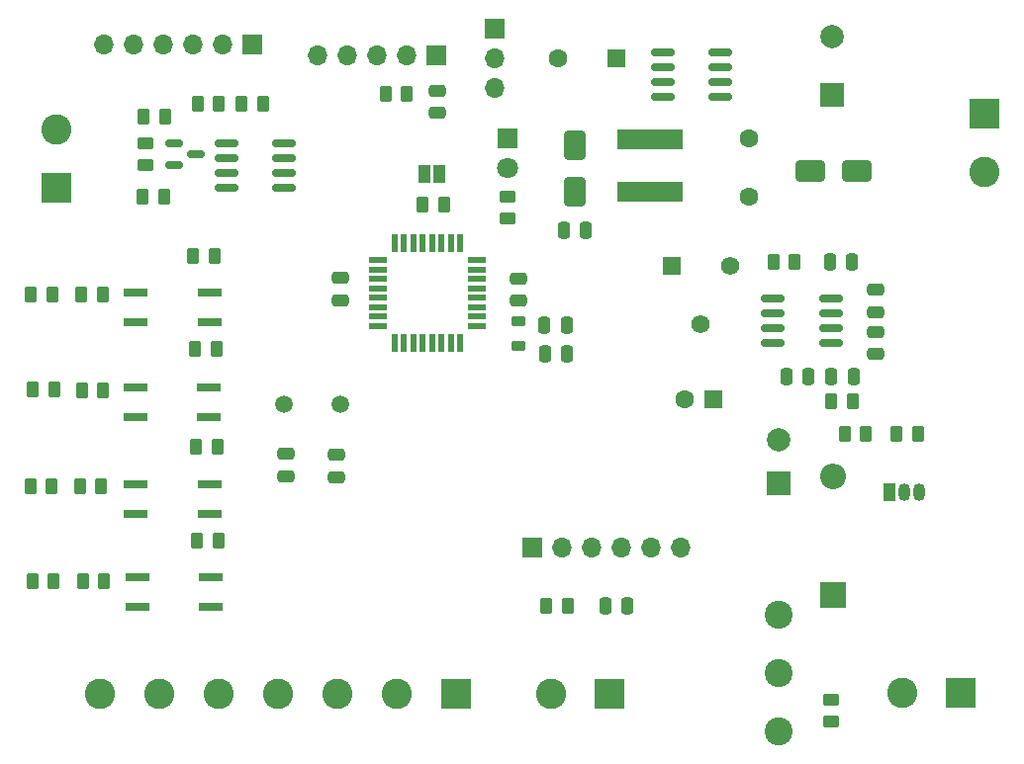
<source format=gbr>
%TF.GenerationSoftware,KiCad,Pcbnew,8.0.3*%
%TF.CreationDate,2025-02-22T15:06:50+05:30*%
%TF.ProjectId,messenger_Project,6d657373-656e-4676-9572-5f50726f6a65,rev?*%
%TF.SameCoordinates,Original*%
%TF.FileFunction,Soldermask,Top*%
%TF.FilePolarity,Negative*%
%FSLAX46Y46*%
G04 Gerber Fmt 4.6, Leading zero omitted, Abs format (unit mm)*
G04 Created by KiCad (PCBNEW 8.0.3) date 2025-02-22 15:06:50*
%MOMM*%
%LPD*%
G01*
G04 APERTURE LIST*
G04 Aperture macros list*
%AMRoundRect*
0 Rectangle with rounded corners*
0 $1 Rounding radius*
0 $2 $3 $4 $5 $6 $7 $8 $9 X,Y pos of 4 corners*
0 Add a 4 corners polygon primitive as box body*
4,1,4,$2,$3,$4,$5,$6,$7,$8,$9,$2,$3,0*
0 Add four circle primitives for the rounded corners*
1,1,$1+$1,$2,$3*
1,1,$1+$1,$4,$5*
1,1,$1+$1,$6,$7*
1,1,$1+$1,$8,$9*
0 Add four rect primitives between the rounded corners*
20,1,$1+$1,$2,$3,$4,$5,0*
20,1,$1+$1,$4,$5,$6,$7,0*
20,1,$1+$1,$6,$7,$8,$9,0*
20,1,$1+$1,$8,$9,$2,$3,0*%
G04 Aperture macros list end*
%ADD10RoundRect,0.250000X-0.250000X-0.475000X0.250000X-0.475000X0.250000X0.475000X-0.250000X0.475000X0*%
%ADD11R,2.000000X0.640000*%
%ADD12R,2.200000X2.200000*%
%ADD13O,2.200000X2.200000*%
%ADD14RoundRect,0.250000X-0.475000X0.250000X-0.475000X-0.250000X0.475000X-0.250000X0.475000X0.250000X0*%
%ADD15R,1.600000X0.550000*%
%ADD16R,0.550000X1.600000*%
%ADD17RoundRect,0.150000X0.825000X0.150000X-0.825000X0.150000X-0.825000X-0.150000X0.825000X-0.150000X0*%
%ADD18RoundRect,0.250000X-0.262500X-0.450000X0.262500X-0.450000X0.262500X0.450000X-0.262500X0.450000X0*%
%ADD19RoundRect,0.250000X0.262500X0.450000X-0.262500X0.450000X-0.262500X-0.450000X0.262500X-0.450000X0*%
%ADD20R,1.600000X1.600000*%
%ADD21C,1.600000*%
%ADD22RoundRect,0.250000X0.250000X0.475000X-0.250000X0.475000X-0.250000X-0.475000X0.250000X-0.475000X0*%
%ADD23RoundRect,0.250000X-1.000000X-0.650000X1.000000X-0.650000X1.000000X0.650000X-1.000000X0.650000X0*%
%ADD24RoundRect,0.250000X0.475000X-0.250000X0.475000X0.250000X-0.475000X0.250000X-0.475000X-0.250000X0*%
%ADD25R,2.000000X2.000000*%
%ADD26C,2.000000*%
%ADD27R,2.600000X2.600000*%
%ADD28C,2.600000*%
%ADD29R,1.700000X1.700000*%
%ADD30O,1.700000X1.700000*%
%ADD31RoundRect,0.218750X-0.381250X0.218750X-0.381250X-0.218750X0.381250X-0.218750X0.381250X0.218750X0*%
%ADD32C,2.400000*%
%ADD33R,5.700000X1.700000*%
%ADD34RoundRect,0.250000X0.450000X-0.262500X0.450000X0.262500X-0.450000X0.262500X-0.450000X-0.262500X0*%
%ADD35RoundRect,0.250000X-0.650000X1.000000X-0.650000X-1.000000X0.650000X-1.000000X0.650000X1.000000X0*%
%ADD36R,1.560000X1.560000*%
%ADD37C,1.560000*%
%ADD38RoundRect,0.150000X-0.587500X-0.150000X0.587500X-0.150000X0.587500X0.150000X-0.587500X0.150000X0*%
%ADD39C,1.500000*%
%ADD40RoundRect,0.150000X-0.825000X-0.150000X0.825000X-0.150000X0.825000X0.150000X-0.825000X0.150000X0*%
%ADD41RoundRect,0.250000X-0.450000X0.262500X-0.450000X-0.262500X0.450000X-0.262500X0.450000X0.262500X0*%
%ADD42R,1.800000X1.800000*%
%ADD43C,1.800000*%
%ADD44R,1.000000X1.500000*%
%ADD45R,1.050000X1.500000*%
%ADD46O,1.050000X1.500000*%
G04 APERTURE END LIST*
D10*
%TO.C,C13*%
X145506400Y-85598000D03*
X147406400Y-85598000D03*
%TD*%
D11*
%TO.C,U6*%
X110534300Y-99237800D03*
X110534300Y-101777800D03*
X116834300Y-101777800D03*
X116834300Y-99237800D03*
%TD*%
D12*
%TO.C,D1*%
X170205400Y-108712000D03*
D13*
X170205400Y-98552000D03*
%TD*%
D14*
%TO.C,C2*%
X127711200Y-96687600D03*
X127711200Y-98587600D03*
%TD*%
D11*
%TO.C,U5*%
X110665500Y-107188000D03*
X110665500Y-109728000D03*
X116965500Y-109728000D03*
X116965500Y-107188000D03*
%TD*%
D15*
%TO.C,U1*%
X131233600Y-80029400D03*
X131233600Y-80829400D03*
X131233600Y-81629400D03*
X131233600Y-82429400D03*
X131233600Y-83229400D03*
X131233600Y-84029400D03*
X131233600Y-84829400D03*
X131233600Y-85629400D03*
D16*
X132683600Y-87079400D03*
X133483600Y-87079400D03*
X134283600Y-87079400D03*
X135083600Y-87079400D03*
X135883600Y-87079400D03*
X136683600Y-87079400D03*
X137483600Y-87079400D03*
X138283600Y-87079400D03*
D15*
X139733600Y-85629400D03*
X139733600Y-84829400D03*
X139733600Y-84029400D03*
X139733600Y-83229400D03*
X139733600Y-82429400D03*
X139733600Y-81629400D03*
X139733600Y-80829400D03*
X139733600Y-80029400D03*
D16*
X138283600Y-78579400D03*
X137483600Y-78579400D03*
X136683600Y-78579400D03*
X135883600Y-78579400D03*
X135083600Y-78579400D03*
X134283600Y-78579400D03*
X133483600Y-78579400D03*
X132683600Y-78579400D03*
%TD*%
D17*
%TO.C,U9*%
X123226600Y-73823600D03*
X123226600Y-72553600D03*
X123226600Y-71283600D03*
X123226600Y-70013600D03*
X118276600Y-70013600D03*
X118276600Y-71283600D03*
X118276600Y-72553600D03*
X118276600Y-73823600D03*
%TD*%
D14*
%TO.C,C19*%
X136296400Y-65521800D03*
X136296400Y-67421800D03*
%TD*%
D18*
%TO.C,R8*%
X101500300Y-99415600D03*
X103325300Y-99415600D03*
%TD*%
D19*
%TO.C,R20*%
X117232550Y-79693650D03*
X115407550Y-79693650D03*
%TD*%
%TO.C,R4*%
X177442500Y-94869000D03*
X175617500Y-94869000D03*
%TD*%
D20*
%TO.C,C22*%
X151659651Y-62687200D03*
D21*
X146659651Y-62687200D03*
%TD*%
D22*
%TO.C,C7*%
X168082000Y-89992200D03*
X166182000Y-89992200D03*
%TD*%
D23*
%TO.C,D3*%
X168230800Y-72390000D03*
X172230800Y-72390000D03*
%TD*%
D24*
%TO.C,C3*%
X128041400Y-81559400D03*
X128041400Y-83459400D03*
%TD*%
D25*
%TO.C,C20*%
X170103800Y-65867677D03*
D26*
X170103800Y-60867677D03*
%TD*%
D27*
%TO.C,J4*%
X103759000Y-73787000D03*
D28*
X103759000Y-68787000D03*
%TD*%
D19*
%TO.C,R15*%
X133703700Y-65786000D03*
X131878700Y-65786000D03*
%TD*%
D22*
%TO.C,C9*%
X171942800Y-89966800D03*
X170042800Y-89966800D03*
%TD*%
D19*
%TO.C,R16*%
X147495900Y-109601000D03*
X145670900Y-109601000D03*
%TD*%
D18*
%TO.C,R14*%
X105894500Y-91135200D03*
X107719500Y-91135200D03*
%TD*%
D24*
%TO.C,C8*%
X173863000Y-84465200D03*
X173863000Y-82565200D03*
%TD*%
D29*
%TO.C,J5*%
X136245600Y-62433200D03*
D30*
X133705600Y-62433200D03*
X131165600Y-62433200D03*
X128625600Y-62433200D03*
X126085600Y-62433200D03*
%TD*%
D19*
%TO.C,R22*%
X112926500Y-74549000D03*
X111101500Y-74549000D03*
%TD*%
D18*
%TO.C,R24*%
X115825900Y-66624200D03*
X117650900Y-66624200D03*
%TD*%
D19*
%TO.C,R12*%
X117572800Y-104038400D03*
X115747800Y-104038400D03*
%TD*%
D31*
%TO.C,FB1*%
X143281400Y-85272100D03*
X143281400Y-87397100D03*
%TD*%
D19*
%TO.C,R17*%
X117440100Y-87630000D03*
X115615100Y-87630000D03*
%TD*%
D32*
%TO.C,K1*%
X165506400Y-115417600D03*
X165506400Y-110417600D03*
X165506400Y-120417600D03*
D25*
X165506400Y-99167600D03*
D26*
X165506400Y-95417600D03*
%TD*%
D18*
%TO.C,R7*%
X101654600Y-107518200D03*
X103479600Y-107518200D03*
%TD*%
%TO.C,R10*%
X105994200Y-107492800D03*
X107819200Y-107492800D03*
%TD*%
D29*
%TO.C,J2*%
X141249400Y-60147200D03*
D30*
X141249400Y-62687200D03*
X141249400Y-65227200D03*
%TD*%
D11*
%TO.C,U8*%
X110532800Y-82778600D03*
X110532800Y-85318600D03*
X116832800Y-85318600D03*
X116832800Y-82778600D03*
%TD*%
D14*
%TO.C,C5*%
X143230600Y-81574600D03*
X143230600Y-83474600D03*
%TD*%
D27*
%TO.C,J3*%
X151090000Y-117195400D03*
D28*
X146090000Y-117195400D03*
%TD*%
D18*
%TO.C,R2*%
X170053000Y-92075000D03*
X171878000Y-92075000D03*
%TD*%
D33*
%TO.C,L1*%
X154565600Y-69632000D03*
X154565600Y-74132000D03*
%TD*%
D14*
%TO.C,C1*%
X123367800Y-96611400D03*
X123367800Y-98511400D03*
%TD*%
D18*
%TO.C,R19*%
X105841800Y-82931000D03*
X107666800Y-82931000D03*
%TD*%
D34*
%TO.C,R6*%
X170053000Y-119528600D03*
X170053000Y-117703600D03*
%TD*%
D21*
%TO.C,C21*%
X162966400Y-74559800D03*
X162966400Y-69559800D03*
%TD*%
D35*
%TO.C,D4*%
X148088600Y-70161400D03*
X148088600Y-74161400D03*
%TD*%
D27*
%TO.C,J11*%
X183133800Y-67502400D03*
D28*
X183133800Y-72502400D03*
%TD*%
D36*
%TO.C,RV1*%
X156351600Y-80538600D03*
D37*
X158851600Y-85538600D03*
X161351600Y-80538600D03*
%TD*%
D29*
%TO.C,J8*%
X144424400Y-104673400D03*
D30*
X146964400Y-104673400D03*
X149504400Y-104673400D03*
X152044400Y-104673400D03*
X154584400Y-104673400D03*
X157124400Y-104673400D03*
%TD*%
D22*
%TO.C,C23*%
X149057400Y-77470000D03*
X147157400Y-77470000D03*
%TD*%
D14*
%TO.C,C6*%
X173837600Y-86146600D03*
X173837600Y-88046600D03*
%TD*%
D10*
%TO.C,C12*%
X145542000Y-88036400D03*
X147442000Y-88036400D03*
%TD*%
D19*
%TO.C,R11*%
X117494700Y-95986600D03*
X115669700Y-95986600D03*
%TD*%
D18*
%TO.C,R5*%
X171174400Y-94869000D03*
X172999400Y-94869000D03*
%TD*%
D29*
%TO.C,J6*%
X120472200Y-61544200D03*
D30*
X117932200Y-61544200D03*
X115392200Y-61544200D03*
X112852200Y-61544200D03*
X110312200Y-61544200D03*
X107772200Y-61544200D03*
%TD*%
D18*
%TO.C,R1*%
X135051800Y-75234800D03*
X136876800Y-75234800D03*
%TD*%
D38*
%TO.C,D2*%
X113768900Y-69992200D03*
X113768900Y-71892200D03*
X115643900Y-70942200D03*
%TD*%
D11*
%TO.C,U7*%
X110482000Y-90906600D03*
X110482000Y-93446600D03*
X116782000Y-93446600D03*
X116782000Y-90906600D03*
%TD*%
D39*
%TO.C,Y1*%
X123178400Y-92379800D03*
X128058400Y-92379800D03*
%TD*%
D18*
%TO.C,R18*%
X101553000Y-82981800D03*
X103378000Y-82981800D03*
%TD*%
D19*
%TO.C,R25*%
X121410100Y-66624200D03*
X119585100Y-66624200D03*
%TD*%
D40*
%TO.C,U2*%
X165063400Y-83337400D03*
X165063400Y-84607400D03*
X165063400Y-85877400D03*
X165063400Y-87147400D03*
X170013400Y-87147400D03*
X170013400Y-85877400D03*
X170013400Y-84607400D03*
X170013400Y-83337400D03*
%TD*%
D27*
%TO.C,J1*%
X181138200Y-117119200D03*
D28*
X176138200Y-117119200D03*
%TD*%
D40*
%TO.C,U10*%
X155610000Y-62230000D03*
X155610000Y-63500000D03*
X155610000Y-64770000D03*
X155610000Y-66040000D03*
X160560000Y-66040000D03*
X160560000Y-64770000D03*
X160560000Y-63500000D03*
X160560000Y-62230000D03*
%TD*%
D22*
%TO.C,C11*%
X171815800Y-80162400D03*
X169915800Y-80162400D03*
%TD*%
D18*
%TO.C,R21*%
X111203100Y-67691000D03*
X113028100Y-67691000D03*
%TD*%
D41*
%TO.C,R23*%
X111314700Y-70005300D03*
X111314700Y-71830300D03*
%TD*%
%TO.C,R26*%
X142316200Y-74576300D03*
X142316200Y-76401300D03*
%TD*%
D22*
%TO.C,C18*%
X152613400Y-109651800D03*
X150713400Y-109651800D03*
%TD*%
D42*
%TO.C,D5*%
X142316200Y-69570600D03*
D43*
X142316200Y-72110600D03*
%TD*%
D18*
%TO.C,R13*%
X101705400Y-91084400D03*
X103530400Y-91084400D03*
%TD*%
D27*
%TO.C,J7*%
X137896600Y-117144800D03*
D28*
X132816600Y-117144800D03*
X127736600Y-117144800D03*
X122656600Y-117144800D03*
X117576600Y-117144800D03*
X112496600Y-117144800D03*
X107416600Y-117144800D03*
%TD*%
D18*
%TO.C,R3*%
X165101900Y-80137000D03*
X166926900Y-80137000D03*
%TD*%
D44*
%TO.C,JP1*%
X135199600Y-72618600D03*
X136499600Y-72618600D03*
%TD*%
D18*
%TO.C,R9*%
X105740200Y-99390200D03*
X107565200Y-99390200D03*
%TD*%
D45*
%TO.C,Q1*%
X175006000Y-99851800D03*
D46*
X176276000Y-99851800D03*
X177546000Y-99851800D03*
%TD*%
D20*
%TO.C,C10*%
X159980513Y-91922600D03*
D21*
X157480513Y-91922600D03*
%TD*%
M02*

</source>
